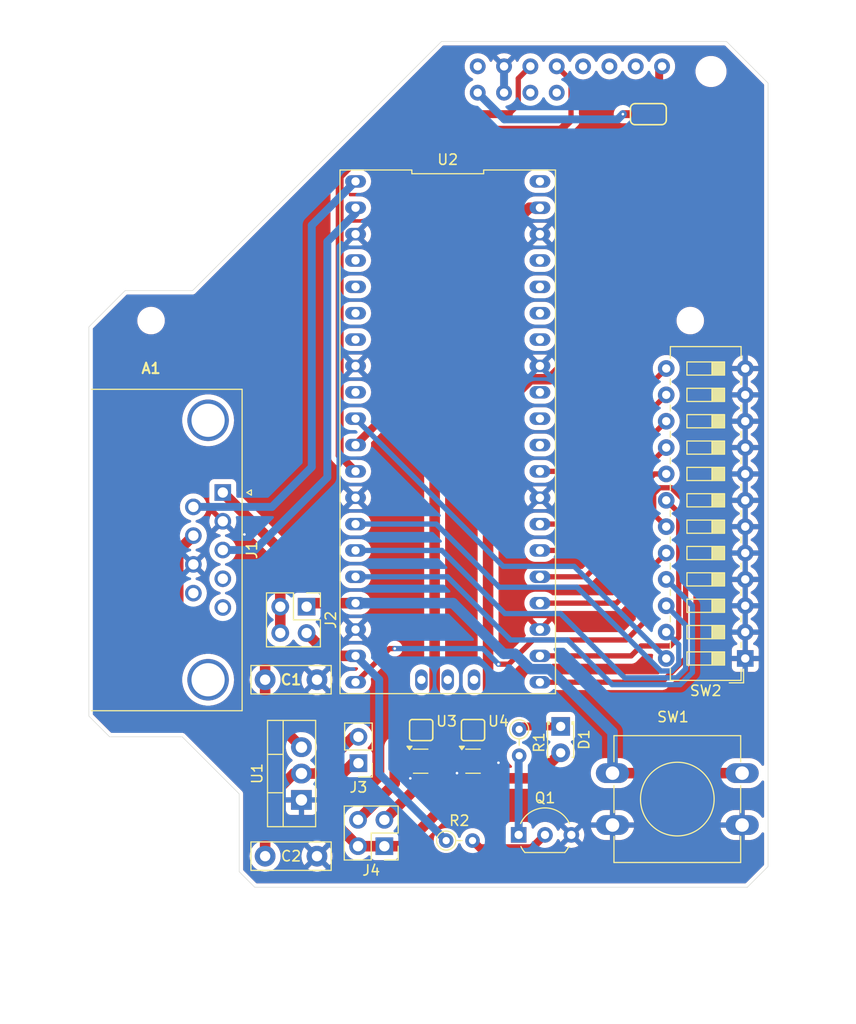
<source format=kicad_pcb>
(kicad_pcb
	(version 20240108)
	(generator "pcbnew")
	(generator_version "8.0")
	(general
		(thickness 1.6)
		(legacy_teardrops no)
	)
	(paper "A4")
	(title_block
		(title "MestaRider1")
		(date "2025-06-02")
		(rev "0.1")
		(company "JHU/APL")
		(comment 1 "Gavin Granath")
		(comment 2 "Export Controlled under the EAR (15 CFR 730-744) ECCN EAR99")
	)
	(layers
		(0 "F.Cu" signal)
		(31 "B.Cu" signal)
		(32 "B.Adhes" user "B.Adhesive")
		(33 "F.Adhes" user "F.Adhesive")
		(34 "B.Paste" user)
		(35 "F.Paste" user)
		(36 "B.SilkS" user "B.Silkscreen")
		(37 "F.SilkS" user "F.Silkscreen")
		(38 "B.Mask" user)
		(39 "F.Mask" user)
		(40 "Dwgs.User" user "User.Drawings")
		(41 "Cmts.User" user "User.Comments")
		(42 "Eco1.User" user "User.Eco1")
		(43 "Eco2.User" user "User.Eco2")
		(44 "Edge.Cuts" user)
		(45 "Margin" user)
		(46 "B.CrtYd" user "B.Courtyard")
		(47 "F.CrtYd" user "F.Courtyard")
		(48 "B.Fab" user)
		(49 "F.Fab" user)
		(50 "User.1" user)
		(51 "User.2" user)
		(52 "User.3" user)
		(53 "User.4" user)
		(54 "User.5" user)
		(55 "User.6" user)
		(56 "User.7" user)
		(57 "User.8" user)
		(58 "User.9" user)
	)
	(setup
		(stackup
			(layer "F.SilkS"
				(type "Top Silk Screen")
			)
			(layer "F.Paste"
				(type "Top Solder Paste")
			)
			(layer "F.Mask"
				(type "Top Solder Mask")
				(thickness 0.01)
			)
			(layer "F.Cu"
				(type "copper")
				(thickness 0.035)
			)
			(layer "dielectric 1"
				(type "core")
				(thickness 1.51)
				(material "FR4")
				(epsilon_r 4.5)
				(loss_tangent 0.02)
			)
			(layer "B.Cu"
				(type "copper")
				(thickness 0.035)
			)
			(layer "B.Mask"
				(type "Bottom Solder Mask")
				(thickness 0.01)
			)
			(layer "B.Paste"
				(type "Bottom Solder Paste")
			)
			(layer "B.SilkS"
				(type "Bottom Silk Screen")
			)
			(copper_finish "None")
			(dielectric_constraints no)
		)
		(pad_to_mask_clearance 0)
		(allow_soldermask_bridges_in_footprints no)
		(pcbplotparams
			(layerselection 0x00010fc_ffffffff)
			(plot_on_all_layers_selection 0x0000000_00000000)
			(disableapertmacros no)
			(usegerberextensions no)
			(usegerberattributes no)
			(usegerberadvancedattributes yes)
			(creategerberjobfile yes)
			(dashed_line_dash_ratio 12.000000)
			(dashed_line_gap_ratio 3.000000)
			(svgprecision 4)
			(plotframeref no)
			(viasonmask yes)
			(mode 1)
			(useauxorigin no)
			(hpglpennumber 1)
			(hpglpenspeed 20)
			(hpglpendiameter 15.000000)
			(pdf_front_fp_property_popups yes)
			(pdf_back_fp_property_popups yes)
			(dxfpolygonmode yes)
			(dxfimperialunits yes)
			(dxfusepcbnewfont yes)
			(psnegative no)
			(psa4output no)
			(plotreference yes)
			(plotvalue yes)
			(plotfptext yes)
			(plotinvisibletext no)
			(sketchpadsonfab no)
			(subtractmaskfromsilk no)
			(outputformat 1)
			(mirror no)
			(drillshape 0)
			(scaleselection 1)
			(outputdirectory "fabOutputs/")
		)
	)
	(net 0 "")
	(net 1 "unconnected-(A1-SDA-Pad12)")
	(net 2 "Net-(A1-VDD)")
	(net 3 "unconnected-(A1-IO1-Pad6)")
	(net 4 "Net-(A1-VBAT)")
	(net 5 "unconnected-(A1-IO2-Pad7)")
	(net 6 "unconnected-(A1-SCL-Pad11)")
	(net 7 "unconnected-(A1-AIN1-Pad5)")
	(net 8 "SOFTUARTRX")
	(net 9 "unconnected-(A1-BOOT-Pad1)")
	(net 10 "Net-(J3-Pin_2)")
	(net 11 "Net-(D1-K)")
	(net 12 "unconnected-(J1-Pad5)")
	(net 13 "unconnected-(J1-Pad9)")
	(net 14 "DIAGUARTRX")
	(net 15 "DIAGUARTTX")
	(net 16 "SOFTUARTTX")
	(net 17 "MCRXPin")
	(net 18 "unconnected-(J1-Pad4)")
	(net 19 "3V3 Ext")
	(net 20 "MCTXPin")
	(net 21 "3V3_EXT_PICO")
	(net 22 "3V3_EXT_RAK")
	(net 23 "POW_IN")
	(net 24 "GND")
	(net 25 "POW_IN_PICO")
	(net 26 "POW_IN_RAK")
	(net 27 "Net-(Q1-B)")
	(net 28 "P1")
	(net 29 "GPIO9")
	(net 30 "GPIO16")
	(net 31 "GPIO7")
	(net 32 "GPIO13")
	(net 33 "GPIO14")
	(net 34 "GPIO15")
	(net 35 "GPIO10")
	(net 36 "GPIO11")
	(net 37 "GPIO17")
	(net 38 "GPIO8")
	(net 39 "GPIO12")
	(net 40 "GPIO18")
	(net 41 "unconnected-(U2-GP28-Pad34)")
	(net 42 "unconnected-(U2-GP5-Pad7)")
	(net 43 "unconnected-(U2-GP6-Pad9)")
	(net 44 "unconnected-(U2-GND-Pad42)")
	(net 45 "unconnected-(U2-GP3-Pad5)")
	(net 46 "unconnected-(U2-GP26-Pad31)")
	(net 47 "unconnected-(U2-ADC_VREF-Pad35)")
	(net 48 "unconnected-(U2-GP4-Pad6)")
	(net 49 "unconnected-(U2-3V3(OUT)-Pad36)")
	(net 50 "unconnected-(U2-3V3_EN-Pad37)")
	(net 51 "unconnected-(U2-RUN-Pad30)")
	(net 52 "unconnected-(U2-SWDIO-Pad43)")
	(net 53 "unconnected-(U2-GP2-Pad4)")
	(net 54 "unconnected-(U2-GP27-Pad32)")
	(net 55 "unconnected-(U2-VBUS-Pad40)")
	(net 56 "unconnected-(U2-SWCLK-Pad41)")
	(net 57 "unconnected-(U3-NC-Pad4)")
	(net 58 "unconnected-(U4-NC-Pad4)")
	(net 59 "Net-(Q1-C)")
	(footprint "Resistor_THT:R_Axial_DIN0204_L3.6mm_D1.6mm_P2.54mm_Vertical" (layer "F.Cu") (at 168.96 118))
	(footprint "Package_TO_SOT_THT:TO-92L_Inline_Wide" (layer "F.Cu") (at 175.95 117.45))
	(footprint "Connector_PinHeader_2.54mm:PinHeader_2x02_P2.54mm_Vertical" (layer "F.Cu") (at 163 118.54 180))
	(footprint "SparkFun-Jumper:Jumper_2_NO" (layer "F.Cu") (at 171.55 107.35))
	(footprint "SparkFun-Jumper:Jumper_3_NC-1_Trace" (layer "F.Cu") (at 188.4586 48 180))
	(footprint "Package_TO_SOT_SMD:SOT-363_SC-70-6" (layer "F.Cu") (at 171.55 110.35))
	(footprint "Capacitor_THT:C_Disc_D7.5mm_W2.5mm_P5.00mm" (layer "F.Cu") (at 151.5 102.5))
	(footprint "Resistor_THT:R_Axial_DIN0204_L3.6mm_D1.6mm_P2.54mm_Vertical" (layer "F.Cu") (at 176 107.28 -90))
	(footprint "mestasRider1:Pico2" (layer "F.Cu") (at 169.11 78.61))
	(footprint "Button_Switch_THT:SW_PUSH-12mm" (layer "F.Cu") (at 185 111.5))
	(footprint "Package_TO_SOT_THT:TO-220-3_Vertical" (layer "F.Cu") (at 155 114.08 90))
	(footprint "LED_THT:LED_D1.8mm_W3.3mm_H2.4mm" (layer "F.Cu") (at 180 107 -90))
	(footprint "Connector_Dsub:DSUB-9_Male_Horizontal_P2.77x2.84mm_EdgePinOffset9.90mm_Housed_MountingHolesOffset11.32mm" (layer "F.Cu") (at 147.42 84.46 -90))
	(footprint "Connector_PinHeader_2.54mm:PinHeader_2x02_P2.54mm_Vertical" (layer "F.Cu") (at 155.5 95.46 -90))
	(footprint "mestasRider1:RAKBoardRaw" (layer "F.Cu") (at 136.500009 72.121035))
	(footprint "Package_TO_SOT_SMD:SOT-363_SC-70-6" (layer "F.Cu") (at 166.5 110.35))
	(footprint "Connector_PinHeader_2.54mm:PinHeader_1x02_P2.54mm_Vertical" (layer "F.Cu") (at 160.5 110.54 180))
	(footprint "SparkFun-Jumper:Jumper_2_NO" (layer "F.Cu") (at 166.55 107.35))
	(footprint "Capacitor_THT:C_Disc_D7.5mm_W2.5mm_P5.00mm" (layer "F.Cu") (at 151.5 119.5))
	(footprint "Button_Switch_THT:SW_DIP_SPSTx12_Slide_6.7x32.04mm_W7.62mm_P2.54mm_LowProfile"
		(layer "F.Cu")
		(uuid "f7c2fb77-afd7-4f1a-8190-637af9d0a11e")
		(at 197.8 100.45 180)
		(descr "12x-dip-switch SPST , Slide, row spacing 7.62 mm (300 mils), body size 6.7x32.04mm (see e.g. https://www.ctscorp.com/wp-content/uploads/209-210.pdf), LowProfile")
		(tags "DIP Switch SPST Slide 7.62mm 300mil LowProfile")
		(property "Reference" "SW2"
			(at 3.81 -3.11 0)
			(layer "F.SilkS")
			(uuid "097c6ef4-5c22-40e5-b1ee-59b1e0dbbd5b")
			(effects
				(font
					(size 1 1)
					(thickness 0.15)
				)
			)
		)
		(property "Value" "SW_DIP_x12"
			(at 3.81 31.05 0)
			(layer "F.Fab")
			(uuid "0b4f24f1-bbbe-4e2b-bc21-913fab0c4113")
			(effects
				(font
					(size 1 1)
					(thickness 0.15)
				)
			)
		)
		(property "Footprint" "Button_Switch_THT:SW_DIP_SPSTx12_Slide_6.7x32.04mm_W7.62mm_P2.54mm_LowProfile"
			(at 0 0 180)
			(unlocked yes)
			(layer "F.Fab")
			(hide yes)
			(uuid "53b0a70e-24d3-4650-807e-c9ee0f79f218")
			(effects
				(font
					(size 1.27 1.27)
					(thickness 0.15)
				)
			)
		)
		(property "Datasheet" ""
			(at 0 0 180)
			(unlocked yes)
			(layer "F.Fab")
			(hide yes)
			(uuid "95176e71-519f-4699-96a6-f7127a22466c")
			(effects
				(font
					(size 1.27 1.27)
					(thickness 0.15)
				)
			)
		)
		(property "Description" "12x DIP Switch, Single Pole Single Throw (SPST) switch, small symbol"
			(at 0 0 180)
			(unlocked yes)
			(layer "F.Fab")
			(hide yes)
			(uuid "04480959-8cd9-4ab9-a2d7-04eba8f3a852")
			(effects
				(font
					(size 1.27 1.27)
					(thickness 0.15)
				)
			)
		)
		(property ki_fp_filters "SW?DIP?x12*")
		(path "/68bbb378-8646-48fa-8ca5-35d000772c82")
		(sheetname "Root")
		(sheetfile "mestasRider1.kicad_sch")
		(attr through_hole)
		(fp_line
			(start 7.221 28.931)
			(end 7.221 30.05)
			(stroke
				(width 0.12)
				(type solid)
			)
			(layer "F.SilkS")
			(uuid "e1d5258b-ea46-4666-8dde-0293163047d4")
		)
		(fp_line
			(start 7.221 26.391)
			(end 7.221 26.95)
			(stroke
				(width 0.12)
				(type solid)
			)
			(layer "F.SilkS")
			(uuid "e6a3177e-82f4-4b38-b67e-0fada9001f3a")
		)
		(fp_line
			(start 7.221 23.851)
			(end 7.221 24.41)
			(stroke
				(width 0.12)
				(type solid)
			)
			(layer "F.SilkS")
			(uuid "12e43623-7535-4db5-814f-173ff10bf03c")
		)
		(fp_line
			(start 7.221 21.311)
			(end 7.221 21.87)
			(stroke
				(width 0.12)
				(type solid)
			)
			(layer "F.SilkS")
			(uuid "26bf7e74-5f06-4c36-b4bd-62b04fccfc33")
		)
		(fp_line
			(start 7.221 18.771)
			(end 7.221 19.33)
			(stroke
				(width 0.12)
				(type solid)
			)
			(layer "F.SilkS")
			(uuid "fe3195bd-9b0a-41c7-9306-7ae719fea02d")
		)
		(fp_line
			(start 7.221 16.231)
			(end 7.221 16.791)
			(stroke
				(width 0.12)
				(type solid)
			)
			(layer "F.SilkS")
			(uuid "ee5d0b91-a3fb-44eb-998b-503b303151ca")
		)
		(fp_line
			(start 7.221 13.691)
			(end 7.221 14.251)
			(stroke
				(width 0.12)
				(type solid)
			)
			(layer "F.SilkS")
			(uuid "07a1e9cc-f0cc-4113-b8c1-aa142e581476")
		)
		(fp_line
			(start 7.221 11.151)
			(end 7.221 11.711)
			(stroke
				(width 0.12)
				(type solid)
			)
			(layer "F.SilkS")
			(uuid "54cefd99-8c5f-49eb-b49f-34a553f85aa9")
		)
		(fp_line
			(start 7.221 8.611)
			(end 7.221 9.171)
			(stroke
				(width 0.12)
				(type solid)
			)
			(layer "F.SilkS")
			(uuid "bd8924af-d526-417a-ad90-7397ba4ef117")
		)
		(fp_line
			(start 7.221 6.071)
			(end 7.221 6.631)
			(stroke
				(width 0.12)
				(type solid)
			)
			(layer "F.SilkS")
			(uuid "f2e2c945-1eee-4270-b254-4f4b0a7d2e9d")
		)
		(fp_line
			(start 7.221 3.531)
			(end 7.221 4.091)
			(stroke
				(width 0.12)
				(type solid)
			)
			(layer "F.SilkS")
			(uuid "b27e112d-a0d2-47ce-bdcd-7627e1b89437")
		)
		(fp_line
			(start 7.221 0.991)
			(end 7.221 1.551)
			(stroke
				(width 0.12)
				(type solid)
			)
			(layer "F.SilkS")
			(uuid "e9270e99-6954-49b1-b8b0-69c1962abb11")
		)
		(fp_line
			(start 7.221 -2.11)
			(end 7.221 -0.99)
			(stroke
				(width 0.12)
				(type solid)
			)
			(layer "F.SilkS")
			(uuid "ce28d38a-5127-4f4a-8f55-a121e9973f63")
		)
		(fp_line
			(start 5.62 28.575)
			(end 5.62 27.305)
			(stroke
				(width 0.12)
				(type solid)
			)
			(layer "F.SilkS")
			(uuid "2f2725fa-94fd-46c9-b86d-7f21a5b68275")
		)
		(fp_line
			(start 5.62 27.305)
			(end 2 27.305)
			(stroke
				(width 0.12)
				(type solid)
			)
			(layer "F.SilkS")
			(uuid "d7fc1779-e7e7-434f-873b-f9619e1cbb2e")
		)
		(fp_line
			(start 5.62 26.035)
			(end 5.62 24.765)
			(stroke
				(width 0.12)
				(type solid)
			)
			(layer "F.SilkS")
			(uuid "41c14ad5-4945-4781-9137-b5a50b79329a")
		)
		(fp_line
			(start 5.62 24.765)
			(end 2 24.765)
			(stroke
				(width 0.12)
				(type solid)
			)
			(layer "F.SilkS")
			(uuid "aae40888-739f-4cd8-b6ca-1f679cdd92a6")
		)
		(fp_line
			(start 5.62 23.495)
			(end 5.62 22.225)
			(stroke
				(width 0.12)
				(type solid)
			)
			(layer "F.SilkS")
			(uuid "89f0f775-752e-48ac-98aa-361f03882897")
		)
		(fp_line
			(start 5.62 22.225)
			(end 2 22.225)
			(stroke
				(width 0.12)
				(type solid)
			)
			(layer "F.SilkS")
			(uuid "846e07ee-3bb3-494f-bc1c-6c8b16554ea9")
		)
		(fp_line
			(start 5.62 20.955)
			(end 5.62 19.685)
			(stroke
				(width 0.12)
				(type solid)
			)
			(layer "F.SilkS")
			(uuid "2aa0ee05-c834-46be-985b-5cb7b3ec3b3e")
		)
		(fp_line
			(start 5.62 19.685)
			(end 2 19.685)
			(stroke
				(width 0.12)
				(type solid)
			)
			(layer "F.SilkS")
			(uuid "46f68794-e20c-4d77-b5b4-d583a6f61ea3")
		)
		(fp_line
			(start 5.62 18.415)
			(end 5.62 17.145)
			(stroke
				(width 0.12)
				(type solid)
			)
			(layer "F.SilkS")
			(uuid "6e3cf00a-7b7b-4a88-bc00-c409d0b4f812")
		)
		(fp_line
			(start 5.62 17.145)
			(end 2 17.145)
			(stroke
				(width 0.12)
				(type solid)
			)
			(layer "F.SilkS")
			(uuid "202cf39b-b317-4e34-b2cb-78dbdd602ecb")
		)
		(fp_line
			(start 5.62 15.875)
			(end 5.62 14.605)
			(stroke
				(width 0.12)
				(type solid)
			)
			(layer "F.SilkS")
			(uuid "d80350c1-442e-4145-8f07-b577d95664f7")
		)
		(fp_line
			(start 5.62 14.605)
			(end 2 14.605)
			(stroke
				(width 0.12)
				(type solid)
			)
			(layer "F.SilkS")
			(uuid "9c2748e6-5283-4274-8221-a64170ce9fe8")
		)
		(fp_line
			(start 5.62 13.335)
			(end 5.62 12.065)
			(stroke
				(width 0.12)
				(type solid)
			)
			(layer "F.SilkS")
			(uuid "22c3414d-a832-40d5-b643-967b4eca2fd5")
		)
		(fp_line
			(start 5.62 12.065)
			(end 2 12.065)
			(stroke
				(width 0.12)
				(type solid)
			)
			(layer "F.SilkS")
			(uuid "2111a229-9be7-4066-8cf3-37a62955a4b4")
		)
		(fp_line
			(start 5.62 10.795)
			(end 5.62 9.525)
			(stroke
				(width 0.12)
				(type solid)
			)
			(layer "F.SilkS")
			(uuid "de28a061-1b59-4e62-9ba6-a014446d598b")
		)
		(fp_line
			(start 5.62 9.525)
			(end 2 9.525)
			(stroke
				(width 0.12)
				(type solid)
			)
			(layer "F.SilkS")
			(uuid "5aaf5199-3eba-4126-955a-a4fd94b84703")
		)
		(fp_line
			(start 5.62 8.255)
			(end 5.62 6.985)
			(stroke
				(width 0.12)
				(type solid)
			)
			(layer "F.SilkS")
			(uuid "b5c57d16-7ed3-4bee-96a3-30702b14177f")
		)
		(fp_line
			(start 5.62 6.985)
			(end 2 6.985)
			(stroke
				(width 0.12)
				(type solid)
			)
			(layer "F.SilkS")
			(uuid "a2f96183-e5d1-4e53-b4f5-9fa431440906")
		)
		(fp_line
			(start 5.62 5.715)
			(end 5.62 4.445)
			(stroke
				(width 0.12)
				(type solid)
			)
			(layer "F.SilkS")
			(uuid "487d38cc-9e2e-4800-b535-e6d4097236b5")
		)
		(fp_line
			(start 5.62 4.445)
			(end 2 4.445)
			(stroke
				(width 0.12)
				(type solid)
			)
			(layer "F.SilkS")
			(uuid "ca234b31-368b-4946-874d-951384bdd13e")
		)
		(fp_line
			(start 5.62 3.175)
			(end 5.62 1.905)
			(stroke
				(width 0.12)
				(type solid)
			)
			(layer "F.SilkS")
			(uuid "ecb01f43-2435-4de8-83eb-b8e4e3b65933")
		)
		(fp_line
			(start 5.62 1.905)
			(end 2 1.905)
			(stroke
				(width 0.12)
				(type solid)
			)
			(layer "F.SilkS")
			(uuid "7a4bcab4-8cde-4bd8-826a-88ab142c1541")
		)
		(fp_line
			(start 5.62 0.635)
			(end 5.62 -0.635)
			(stroke
				(width 0.12)
				(type solid)
			)
			(layer "F.SilkS")
			(uuid "24fcff0c-2ebc-4019-9f3c-db1e19c42972")
		)
		(fp_line
			(start 5.62 -0.635)
			(end 2 -0.635)
			(stroke
				(width 0.12)
				(type solid)
			)
			(layer "F.SilkS")
			(uuid "416ec50f-2fd9-41a0-870e-c11a50667d4c")
		)
		(fp_line
			(start 3.206667 27.305)
			(end 3.206667 28.575)
			(stroke
				(width 0.12)
				(type solid)
			)
			(layer "F.SilkS")
			(uuid "55e9ef0d-5adc-48ea-a874-c630087b6979")
		)
		(fp_line
			(start 3.206667 24.765)
			(end 3.206667 26.035)
			(stroke
				(width 0.12)
				(type solid)
			)
			(layer "F.SilkS")
			(uuid "8bf6b727-ad3e-4762-9988-72c39e54ce82")
		)
		(fp_line
			(start 3.206667 22.225)
			(end 3.206667 23.495)
			(stroke
				(width 0.12)
				(type solid)
			)
			(layer "F.SilkS")
			(uuid "404b8780-6b2c-4685-8ec6-d49dc5fd135a")
		)
		(fp_line
			(start 3.206667 19.685)
			(end 3.206667 20.955)
			(stroke
				(width 0.12)
				(type solid)
			)
			(layer "F.SilkS")
			(uuid "ff3ef5ec-c6a9-40ed-8313-73b74547b69f")
		)
		(fp_line
			(start 3.206667 17.145)
			(end 3.206667 18.415)
			(stroke
				(width 0.12)
				(type solid)
			)
			(layer "F.SilkS")
			(uuid "30811b1f-b34c-4550-aaeb-0788a669715b")
		)
		(fp_line
			(start 3.206667 14.605)
			(end 3.206667 15.875)
			(stroke
				(width 0.12)
				(type solid)
			)
			(layer "F.SilkS")
			(uuid "50fd6a71-3922-4ec5-b729-05cb8ac913e1")
		)
		(fp_line
			(start 3.206667 12.065)
			(end 3.206667 13.335)
			(stroke
				(width 0.12)
				(type solid)
			)
			(layer "F.SilkS")
			(uuid "f2e9b013-741f-4eb7-a63d-fbc68a398207")
		)
		(fp_line
			(start 3.206667 9.525)
			(end 3.206667 10.795)
			(stroke
				(width 0.12)
				(type solid)
			)
			(layer "F.SilkS")
			(uuid "92bae3d2-3523-4798-827c-703fafe6efec")
		)
		(fp_line
			(start 3.206667 6.985)
			(end 3.206667 8.255)
			(stroke
				(width 0.12)
				(type solid)
			)
			(layer "F.SilkS")
			(uuid "b66ba11f-f0fa-4f90-a269-7d3efe8805c0")
		)
		(fp_line
			(start 3.206667 4.445)
			(end 3.206667 5.715)
			(stroke
				(width 0.12)
				(type solid)
			)
			(layer "F.SilkS")
			(uuid "ca206d60-6f55-42b9-a0b9-cc5beb6f4c75")
		)
		(fp_line
			(start 3.206667 1.905)
			(end 3.206667 3.175)
			(stroke
				(width 0.12)
				(type solid)
			)
			(layer "F.SilkS")
			(uuid "fe452e30-2a42-437f-bd02-91c311a475d3")
		)
		(fp_line
			(start 3.206667 -0.635)
			(end 3.206667 0.635)
			(stroke
				(width 0.12)
				(type solid)
			)
			(layer "F.SilkS")
			(uuid "e22d9fe0-2759-4bfb-80f7-d3b44b7d6d13")
		)
		(fp_line
			(start 2 28.575)
			(end 5.62 28.575)
			(stroke
				(width 0.12)
				(type solid)
			)
			(layer "F.SilkS")
			(uuid "93b87ad0-1e78-4a92-8559-21a4652c87e5")
		)
		(fp_line
			(start 2 28.505)
			(end 3.206667 28.505)
			(stroke
				(width 0.12)
				(type solid)
			)
			(layer "F.SilkS")
			(uuid "d8d461b5-f097-4e1d-917a-4cb9efaab8b7")
		)
		(fp_line
			(start 2 28.385)
			(end 3.206667 28.385)
			(stroke
				(width 0.12)
				(type solid)
			)
			(layer "F.SilkS")
			(uuid "7d919ce1-3139-46da-b4d3-9ccff465ffbe")
		)
		(fp_line
			(start 2 28.265)
			(end 3.206667 28.265)
			(stroke
				(width 0.12)
				(type solid)
			)
			(layer "F.SilkS")
			(uuid "49002d11-8229-4f69-9457-e8699df0a9a3")
		)
		(fp_line
			(start 2 28.145)
			(end 3.206667 28.145)
			(stroke
				(width 0.12)
				(type solid)
			)
			(layer "F.SilkS")
			(uuid "e4512d43-c12a-44e0-9bc3-5f6acda22c9d")
		)
		(fp_line
			(start 2 28.025)
			(end 3.206667 28.025)
			(stroke
				(width 0.12)
				(type solid)
			)
			(layer "F.SilkS")
			(uuid "19abaf36-b930-4b70-8216-409dbe5fed4c")
		)
		(fp_line
			(start 2 27.905)
			(end 3.206667 27.905)
			(stroke
				(width 0.12)
				(type solid)
			)
			(layer "F.SilkS")
			(uuid "70d4f49e-9c03-4692-b0be-399956f05c6d")
		)
		(fp_line
			(start 2 27.785)
			(end 3.206667 27.785)
			(stroke
				(width 0.12)
				(type solid)
			)
			(layer "F.SilkS")
			(uuid "57492085-19c7-4f1e-9593-c6fac8e665d2")
		)
		(fp_line
			(start 2 27.665)
			(end 3.206667 27.665)
			(stroke
				(width 0.12)
				(type solid)
			)
			(layer "F.SilkS")
			(uuid "401ed3e7-77e7-40ad-869e-e4e818f5e361")
		)
		(fp_line
			(start 2 27.545)
			(end 3.206667 27.545)
			(stroke
				(width 0.12)
				(type solid)
			)
			(layer "F.SilkS")
			(uuid "6b2a6347-5046-4615-8613-58b85f82beac")
		)
		(fp_line
			(start 2 27.425)
			(end 3.206667 27.425)
			(stroke
				(width 0.12)
				(type solid)
			)
			(layer "F.SilkS")
			(uuid "ad7fc5ba-f4f1-4d06-90f9-85216bf23245")
		)
		(fp_line
			(start 2 27.305)
			(end 2 28.575)
			(stroke
				(width 0.12)
				(type solid)
			)
			(layer "F.SilkS")
			(uuid "41cffee5-bcb9-4a45-a872-0b9f2e6c839b")
		)
		(fp_line
			(start 2 26.035)
			(end 5.62 26.035)
			(stroke
				(width 0.12)
				(type solid)
			)
			(layer "F.SilkS")
			(uuid "93e73b44-50b3-447d-a56a-9f079082c5c2")
		)
		(fp_line
			(start 2 25.965)
			(end 3.206667 25.965)
			(stroke
				(width 0.12)
				(type solid)
			)
			(layer "F.SilkS")
			(uuid "7e5f2e4c-778a-4347-923b-74061d038abd")
		)
		(fp_line
			(start 2 25.845)
			(end 3.206667 25.845)
			(stroke
				(width 0.12)
				(type solid)
			)
			(layer "F.SilkS")
			(uuid "f703c2a1-b4cd-4e06-9512-0c62e855e640")
		)
		(fp_line
			(start 2 25.725)
			(end 3.206667 25.725)
			(stroke
				(width 0.12)
				(type solid)
			)
			(layer "F.SilkS")
			(uuid "f4a64d2e-a175-4bf2-a839-a993cf41af83")
		)
		(fp_line
			(start 2 25.605)
			(end 3.206667 25.605)
			(stroke
				(width 0.12)
				(type solid)
			)
			(layer "F.SilkS")
			(uuid "4959aac7-23b5-4f9f-b310-2cd8a30f721e")
		)
		(fp_line
			(start 2 25.485)
			(end 3.206667 25.485)
			(stroke
				(width 0.12)
				(type solid)
			)
			(layer "F.SilkS")
			(uuid "07f49ea2-d7ef-4c49-ac1c-ef66a2b75a46")
		)
		(fp_line
			(start 2 25.365)
			(end 3.206667 25.365)
			(stroke
				(width 0.12)
				(type solid)
			)
			(layer "F.SilkS")
			(uuid "111fd37c-293d-4f91-a597-97e97f45cae3")
		)
		(fp_line
			(start 2 25.245)
			(end 3.206667 25.245)
			(stroke
				(width 0.12)
				(type solid)
			)
			(layer "F.SilkS")
			(uuid "692f6bf6-444e-4f47-be52-9495119d724a")
		)
		(fp_line
			(start 2 25.125)
			(end 3.206667 25.125)
			(stroke
				(width 0.12)
				(type solid)
			)
			(layer "F.SilkS")
			(uuid "c876777b-c680-4be9-b1ae-dcf416e83d6e")
		)
		(fp_line
			(start 2 25.005)
			(end 3.206667 25.005)
			(stroke
				(width 0.12)
				(type solid)
			)
			(layer "F.SilkS")
			(uuid "f51dd367-2a76-47e8-87e9-121f30f816df")
		)
		(fp_line
			(start 2 24.885)
			(end 3.206667 24.885)
			(stroke
				(width 0.12)
				(type solid)
			)
			(layer "F.SilkS")
			(uuid "0c060532-12dd-4eb2-be29-63f297d2ddba")
		)
		(fp_line
			(start 2 24.765)
			(end 2 26.035)
			(stroke
				(width 0.12)
				(type solid)
			)
			(layer "F.SilkS")
			(uuid "e5088369-8cb2-4198-953d-f7ae74eee0bf")
		)
		(fp_line
			(start 2 23.495)
			(end 5.62 23.495)
			(stroke
				(width 0.12)
				(type solid)
			)
			(layer "F.SilkS")
			(uuid "e7a07d4c-5442-4d8f-ae2e-7ff6c912d5e2")
		)
		(fp_line
			(start 2 23.425)
			(end 3.206667 23.425)
			(stroke
				(width 0.12)
				(type solid)
			)
			(layer "F.SilkS")
			(uuid "a18d2b77-8476-4d9e-841b-e8ef43b8dfad")
		)
		(fp_line
			(start 2 23.305)
			(end 3.206667 23.305)
			(stroke
				(width 0.12)
				(type solid)
			)
			(layer "F.SilkS")
			(uuid "8389286c-4dda-40a2-a3d9-1c9f36c7286c")
		)
		(fp_line
			(start 2 23.185)
			(end 3.206667 23.185)
			(stroke
				(width 0.12)
				(type solid)
			)
			(layer "F.SilkS")
			(uuid "d8245e44-f735-4136-907d-0b262905ab9f")
		)
		(fp_line
			(start 2 23.065)
			(end 3.206667 23.065)
			(stroke
				(width 0.12)
				(type solid)
			)
			(layer "F.SilkS")
			(uuid "03d3d12a-8c87-4608-9560-0b1ae0b368b5")
		)
		(fp_line
			(start 2 22.945)
			(end 3.206667 22.945)
			(stroke
				(width 0.12)
				(type solid)
			)
			(layer "F.SilkS")
			(uuid "de842f98-d8bd-4e1f-9023-7ba9ca2e3b82")
		)
		(fp_line
			(start 2 22.825)
			(end 3.206667 22.825)
			(stroke
				(width 0.12)
				(type solid)
			)
			(layer "F.SilkS")
			(uuid "ac4d7590-7241-4c0e-8969-670c4a698fae")
		)
		(fp_line
			(start 2 22.705)
			(end 3.206667 22.705)
			(stroke
				(width 0.12)
				(type solid)
			)
			(layer "F.SilkS")
			(uuid "c8bb61e1-35b5-4abd-91cf-cce68e57744d")
		)
		(fp_line
			(start 2 22.585)
			(end 3.206667 22.585)
			(stroke
				(width 0.12)
				(type solid)
			)
			(layer "F.SilkS")
			(uuid "2d426591-1206-4b45-991a-18e781a2acc6")
		)
		(fp_line
			(start 2 22.465)
			(end 3.206667 22.465)
			(stroke
				(width 0.12)
				(type solid)
			)
			(layer "F.SilkS")
			(uuid "0fdaaab6-9773-4952-b733-c406847c46fd")
		)
		(fp_line
			(start 2 22.345)
			(end 3.206667 22.345)
			(stroke
				(width 0.12)
				(type solid)
			)
			(layer "F.SilkS")
			(uuid "8b0fa16a-c81b-4d0b-8402-e4808b3465db")
		)
		(fp_line
			(start 2 22.225)
			(end 2 23.495)
			(stroke
				(width 0.12)
				(type solid)
			)
			(layer "F.SilkS")
			(uuid "ebea9ebd-0a41-41e1-89a3-e5b9bad21970")
		)
		(fp_line
			(start 2 20.955)
			(end 5.62 20.955)
			(stroke
				(width 0.12)
				(type solid)
			)
			(layer "F.SilkS")
			(uuid "51f18784-975e-46ba-8c0b-a2c48fde9b99")
		)
		(fp_line
			(start 2 20.885)
			(end 3.206667 20.885)
			(stroke
				(width 0.12)
				(type solid)
			)
			(layer "F.SilkS")
			(uuid "a5d423c1-e121-4ebe-ba7f-1932e03b78c7")
		)
		(fp_line
			(start 2 20.765)
			(end 3.206667 20.765)
			(stroke
				(width 0.12)
				(type solid)
			)
			(layer "F.SilkS")
			(uuid "066f54c8-4f41-44ce-a346-a8ff307a9284")
		)
		(fp_line
			(start 2 20.645)
			(end 3.206667 20.645)
			(stroke
				(width 0.12)
				(type solid)
			)
			(layer "F.SilkS")
			(uuid "dc0f37ab-c1f2-4cbf-942b-ddfe396b8ce5")
		)
		(fp_line
			(start 2 20.525)
			(end 3.206667 20.525)
			(stroke
				(width 0.12)
				(type solid)
			)
			(layer "F.SilkS")
			(uuid "7f5a31e4-a10f-42d9-b77a-0c4d5e3620f8")
		)
		(fp_line
			(start 2 20.405)
			(end 3.206667 20.405)
			(stroke
				(width 0.12)
				(type solid)
			)
			(layer "F.SilkS")
			(uuid "ef70ad91-995e-4b9e-ae87-c5993d802f11")
		)
		(fp_line
			(start 2 20.285)
			(end 3.206667 20.285)
			(stroke
				(width 0.12)
				(type solid)
			)
			(layer "F.SilkS")
			(uuid "88b69ede-795d-47bf-85b5-761d8c5b6f04")
		)
		(fp_line
			(start 2 20.165)
			(end 3.206667 20.165)
			(stroke
				(width 0.12)
				(type solid)
			)
			(layer "F.SilkS")
			(uuid "990b3231-9996-4f28-b118-9f69e82b108a")
		)
		(fp_line
			(start 2 20.045)
			(end 3.206667 20.045)
			(stroke
				(width 0.12)
				(type solid)
			)
			(layer "F.SilkS")
			(uuid "4d3dba00-f09b-4d02-bbce-753ba3ae2d8d")
		)
		(fp_line
			(start 2 19.925)
			(end 3.206667 19.925)
			(stroke
				(width 0.12)
				(type solid)
			)
			(layer "F.SilkS")
			(uuid "85c8d4b5-9c48-4434-a63c-45c8c83480f9")
		)
		(fp_line
			(start 2 19.805)
			(end 3.206667 19.805)
			(stroke
				(width 0.12)
				(type solid)
			)
			(layer "F.SilkS")
			(uuid "c9920682-06ba-48e1-9c26-d7e2b1d08e23")
		)
		(fp_line
			(start 2 19.685)
			(end 2 20.955)
			(stroke
				(width 0.12)
				(type solid)
			)
			(layer "F.SilkS")
			(uuid "6f1f37c7-3856-4f19-b91e-787ba71cbec0")
		)
		(fp_line
			(start 2 18.415)
			(end 5.62 18.415)
			(stroke
				(width 0.12)
				(type solid)
			)
			(layer "F.SilkS")
			(uuid "9511a79a-32ec-40bf-8e39-494d423e33fa")
		)
		(fp_line
			(start 2 18.345)
			(end 3.206667 18.345)
			(stroke
				(width 0.12)
				(type solid)
			)
			(layer "F.SilkS")
			(uuid "d16d4da6-eb47-4705-8c6b-3b983de7fc1e")
		)
		(fp_line
			(start 2 18.225)
			(end 3.206667 18.225)
			(stroke
				(width 0.12)
				(type solid)
			)
			(layer "F.SilkS")
			(uuid "8f3825fc-db6f-4297-8c5f-bdb63820a4e5")
		)
		(fp_line
			(start 2 18.105)
			(end 3.206667 18.105)
			(stroke
				(width 0.12)
				(type solid)
			)
			(layer "F.SilkS")
			(uuid "7104dca9-da3a-4700-9dac-f268a00adb08")
		)
		(fp_line
			(start 2 17.985)
			(end 3.206667 17.985)
			(stroke
				(width 0.12)
				(type solid)
			)
			(layer "F.SilkS")
			(uuid "a5df52eb-ca0e-43a2-9f4f-7d4f07f090cb")
		)
		(fp_line
			(start 2 17.865)
			(end 3.206667 17.865)
			(stroke
				(width 0.12)
				(type solid)
			)
			(layer "F.SilkS")
			(uuid "61ffb242-4883-4c0c-b7c1-17116808f50b")
		)
		(fp_line
			(start 2 17.745)
			(end 3.206667 17.745)
			(stroke
				(width 0.12)
				(type solid)
			)
			(layer "F.SilkS")
			(uuid "51b9e6b7-5907-42f6-8692-1e75e758e20d")
		)
		(fp_line
			(start 2 17.625)
			(end 3.206667 17.625)
			(stroke
				(width 0.12)
				(type solid)
			)
			(layer "F.SilkS")
			(uuid "22b26c0b-1d3d-4465-a6f5-93d5aa4ad749")
		)
		(fp_line
			(start 2 17.505)
			(end 3.206667 17.505)
			(stroke
				(width 0.12)
				(type solid)
			)
			(layer "F.SilkS")
			(uuid "286efd4b-4355-4d51-b68a-7f178ad03593")
		)
		(fp_line
			(start 2 17.385)
			(end 3.206667 17.385)
			(stroke
				(width 0.12)
				(type solid)
			)
			(layer "F.SilkS")
			(uuid "f44f9654-cc1c-4d07-98f4-09c738c5a53c")
		)
		(fp_line
			(start 2 17.265)
			(end 3.206667 17.265)
			(stroke
				(width 0.12)
				(type solid)
			)
			(layer "F.SilkS")
			(uuid "b2d7398f-8a41-4c8a-9b13-59213c291938")
		)
		(fp_line
			(start 2 17.145)
			(end 2 18.415)
			(stroke
				(width 0.12)
				(type solid)
			)
			(layer "F.SilkS")
			(uuid "f32d83ad-bf46-42f4-996f-c50177a89386")
		)
		(fp_line
			(start 2 15.875)
			(end 5.62 15.875)
			(stroke
				(width 0.12)
				(type solid)
			)
			(layer "F.SilkS")
			(uuid "40ac95d8-adbf-4065-b29b-9bf088da6567")
		)
		(fp_line
			(start 2 15.805)
			(end 3.206667 15.805)
			(stroke
				(width 0.12)
				(type solid)
			)
			(layer "F.SilkS")
			(uuid "beecfd88-6955-4dfa-a709-cbf21ec4732e")
		)
		(fp_line
			(start 2 15.685)
			(end 3.206667 15.685)
			(stroke
				(width 0.12)
				(type solid)
			)
			(layer "F.SilkS")
			(uuid "bc1ba8b9-59fa-4d02-8cfd-489d4582d891")
		)
		(fp_line
			(start 2 15.565)
			(end 3.206667 15.565)
			(stroke
				(width 0.12)
				(type solid)
			)
			(layer "F.SilkS")
			(uuid "411ae074-4670-493a-9c88-2a07eaaa98ad")
		)
		(fp_line
			(start 2 15.445)
			(end 3.206667 15.445)
			(stroke
				(width 0.12)
				(type solid)
			)
			(layer "F.SilkS")
			(uuid "3d538d02-5a3a-4b1f-90fa-09067a3fd2c3")
		)
		(fp_line
			(start 2 15.325)
			(end 3.206667 15.325)
			(stroke
				(width 0.12)
				(type solid)
			)
			(layer "F.SilkS")
			(uuid "23c87e7c-641c-447c-ad42-5024e4217da5")
		)
		(fp_line
			(start 2 15.205)
			(end 3.206667 15.205)
			(stroke
				(width 0.12)
				(type solid)
			)
			(layer "F.SilkS")
			(uuid "08465a31-5229-4748-9040-2c92b0bdf6c9")
		)
		(fp_line
			(start 2 15.085)
			(end 3.206667 15.085)
			(stroke
				(width 0.12)
				(type solid)
			)
			(layer "F.SilkS")
			(uuid "61fb5563-f5ae-4811-92c3-1d12e3488ddf")
		)
		(fp_line
			(start 2 14.965)
			(end 3.206667 14.965)
			(stroke
				(width 0.12)
				(type solid)
			)
			(layer "F.SilkS")
			(uuid "befe830a-1496-47f0-806b-585ab942f4d3")
		)
		(fp_line
			(start 2 14.845)
			(end 3.206667 14.845)
			(stroke
				(width 0.12)
				(type solid)
			)
			(layer "F.SilkS")
			(uuid "8af8bc9c-fc17-4c1d-8bee-5240e83e6dfc")
		)
		(fp_line
			(start 2 14.725)
			(end 3.206667 14.725)
			(stroke
				(width 0.12)
				(type solid)
			)
			(layer "F.SilkS")
			(uuid "dce76637-07aa-4046-89b1-df196db94d66")
		)
		(fp_line
			(start 2 14.605)
			(end 2 15.875)
			(stroke
				(width 0.12)
				(type solid)
			)
			(layer "F.SilkS")
			(uuid "d2925dce-f976-4794-99a1-a43ffcd32a6f")
		)
		(fp_line
			(start 2 13.335)
			(end 5.62 13.335)
			(stroke
				(width 0.12)
				(type solid)
			)
			(layer "F.SilkS")
			(uuid "0c81dca8-6e49-46c5-b1e2-91d889646f88")
		)
		(fp_line
			(start 2 13.265)
			(end 3.206667 13.265)
			(stroke
				(width 0.12)
				(type solid)
			)
			(layer "F.SilkS")
			(uuid "e98e450b-6714-4245-b43e-4217137a836b")
		)
		(fp_line
			(start 2 13.145)
			(end 3.206667 13.145)
			(stroke
				(width 0.12)
				(type solid)
			)
			(layer "F.SilkS")
			(uuid "44be372b-28b1-4255-b3cf-d56a4582a28c")
		)
		(fp_line
			(start 2 13.025)
			(end 3.206667 13.025)
			(stroke
				(width 0.12)
				(type solid)
			)
			(layer "F.SilkS")
			(uuid "eb8e682c-efc3-47e2-89b7-60424b7bb57a")
		)
		(fp_line
			(start 2 12.905)
			(end 3.206667 12.905)
			(stroke
				(width 0.12)
				(type solid)
			)
			(layer "F.SilkS")
			(uuid "377000f8-432c-4f23-bc2f-0adfcedf3be1")
		)
		(fp_line
			(start 2 12.785)
			(end 3.206667 12.785)
			(stroke
				(width 0.12)
				(type solid)
			)
			(layer "F.SilkS")
			(uuid "543af746-cbf7-4165-8507-83a4a39a5ca9")
		)
		(fp_line
			(start 2 12.665)
			(end 3.206667 12.665)
			(stroke
				(width 0.12)
				(type solid)
			)
			(layer "F.SilkS")
			(uuid "11124af8-18fe-4d78-8a42-91d73751f371")
		)
		(fp_line
			(start 2 12.545)
			(end 3.206667 12.545)
			(stroke
				(width 0.12)
				(type solid)
			)
			(layer "F.SilkS")
			(uuid "979989d1-795b-4cc0-abee-a1a22aa928cf")
		)
		(fp_line
			(start 2 12.425)
			(end 3.206667 12.425)
			(stroke
				(width 0.12)
				(type solid)
			)
			(layer "F.SilkS")
			(uuid "68788721-d4c1-492f-831f-cd5f155a323d")
		)
		(fp_line
			(start 2 12.305)
			(end 3.206667 12.305)
			(stroke
				(width 0.12)
				(type solid)
			)
			(layer "F.SilkS")
			(uuid "2ac158d3-78f3-4acf-a3d3-6569c250ce55")
		)
		(fp_line
			(start 2 12.185)
			(end 3.206667 12.185)
			(stroke
				(width 0.12)
				(type solid)
			)
			(layer "F.SilkS")
			(uuid "0e3241fc-1793-4c16-8e55-6d4ec9d231a2")
		)
		(fp_line
			(start 2 12.065)
			(end 2 13.335)
			(stroke
				(width 0.12)
				(type solid)
			)
			(layer "F.SilkS")
			(uuid "7493210c-fc54-431c-9394-52f99dd293d0")
		)
		(fp_line
			(start 2 10.795)
			(end 5.62 10.795)
			(stroke
				(width 0.12)
				(type solid)
			)
			(layer "F.SilkS")
			(uuid "2691d280-0fa1-4766-aa12-2038c8e68473")
		)
		(fp_line
			(start 2 10.725)
			(end 3.206667 10.725)
			(stroke
				(width 0.12)
				(type solid)
			)
			(layer "F.SilkS")
			(uuid "61d7b9bf-f2c5-49ea-8e74-8c82b81e296a")
		)
		(fp_line
			(start 2 10.605)
			(end 3.206667 10.605)
			(stroke
				(width 0.12)
				(type solid)
			)
			(layer "F.SilkS")
			(uuid "7231c761-6b80-4eb7-b37d-31f218155fbe")
		)
		(fp_line
			(start 2 10.485)
			(end 3.206667 10.485)
			(stroke
				(width 0.12)
				(type solid)
			)
			(layer "F.SilkS")
			(uuid "d4cda7a0-6e54-45a1-85ac-175daed70931")
		)
		(fp_line
			(start 2 10.365)
			(end 3.206667 10.365)
			(stroke
				(width 0.12)
				(type solid)
			)
			(layer "F.SilkS")
			(uuid "71f0bc4d-9c45-4542-acb7-4d1a097eec3b")
		)
		(fp_line
			(start 2 10.245)
			(end 3.206667 10.245)
			(stroke
				(width 0.12)
				(type solid)
			)
			(layer "F.SilkS")
			(uuid "57078cb6-1931-4645-a179-02e2376c7188")
		)
		(fp_line
			(start 2 10.125)
			(end 3.206667 10.125)
			(stroke
				(width 0.12)
				(type solid)
			)
			(layer "F.SilkS")
			(uuid "969c11be-61bf-4931-959f-fc825f937998")
		)
		(fp_line
			(start 2 10.005)
			(end 3.206667 10.005)
			(stroke
				(width 0.12)
				(type solid)
			)
			(layer "F.SilkS")
			(uuid "4790d911-1f72-4c7f-8939-ad5a5f7b0f4d")
		)
		(fp_line
			(start 2 9.885)
			(end 3.206667 9.885)
			(stroke
				(width 0.12)
				(type solid)
			)
			(layer "F.SilkS")
			(uuid "15e39cdb-1c30-4efd-b0c0-d012c96855e6")
		)
		(fp_line
			(start 2 9.765)
			(end 3.206667 9.765)
			(stroke
				(width 0.12)
				(type solid)
			)
			(layer "F.SilkS")
			(uuid "3a4f1972-6a10-402e-af8c-d2b5919b72fb")
		)
		(fp_line
			(start 2 9.645)
			(end 3.206667 9.645)
			(stroke
				(width 0.12)
				(type solid)
			)
			(layer "F.SilkS")
			(uuid "35f4b800-b76e-4e85-b6d2-bdc44e97456e")
		)
		(fp_line
			(start 2 9.525)
			(end 2 10.795)
			(stroke
				(width 0.12)
				(type solid)
			)
			(layer "F.SilkS")
			(uuid "620bbce1-0406-4093-bc76-f05282f69388")
		)
		(fp_line
			(start 2 8.255)
			(end 5.62 8.255)
			(stroke
				(width 0.12)
				(type solid)
			)
			(layer "F.SilkS")
			(uuid "b3064d01-8ba6-4fe3-8f84-072c6069a81e")
		)
		(fp_line
			(start 2 8.185)
			(end 3.206667 8.185)
			(stroke
				(width 0.12)
				(type solid)
			)
			(layer "F.SilkS")
			(uuid "cbdf50bd-d925-4a24-b174-893ca770572e")
		)
		(fp_line
			(start 2 8.065)
			(end 3.206667 8.065)
			(stroke
				(width 0.12)
				(type solid)
			)
			(layer "F.SilkS")
			(uuid "bd516e4a-7630-44f7-8a1d-2baddcb203e6")
		)
		(fp_line
			(start 2 7.945)
			(end 3.206667 7.945)
			(stroke
				(width 0.12)
				(type solid)
			)
			(layer "F.SilkS")
			(uuid "265e58ee-a005-446d-85e6-9a63e33129d5")
		)
		(fp_line
			(start 2 7.825)
			(end 3.206667 7.825)
			(stroke
				(width 0.12)
				(type solid)
			)
			(layer "F.SilkS")
			(uuid "a4c4d27d-5117-4759-a51f-b77a3b078804")
		)
		(fp_line
			(start 2 7.705)
			(end 3.206667 7.705)
			(stroke
				(width 0.12)
				(type solid)
			)
			(layer "F.SilkS")
			(uuid "e98273b1-e502-4e58-aa04-81fb6e25750d")
		)
		(fp_line
			(start 2 7.585)
			(end 3.206667 7.585)
			(stroke
				(width 0.12)
				(type solid)
			)
			(layer "F.SilkS")
			(uuid "7ef06fbd-2362-4adb-9732-9f10ee830841")
		)
		(fp_line
			(start 2 7.465)
			(end 3.206667 7.465)
			(stroke
				(width 0.12)
				(type solid)
			)
			(layer "F.SilkS")
			(uuid "d0ac3978-8333-4c5c-9f90-0d3de1114832")
		)
		(fp_line
			(start 2 7.345)
			(end 3.206667 7.345)
			(stroke
				(width 0.12)
				(type solid)
			)
			(layer "F.SilkS")
			(uuid "0e6afcd2-5a3d-4ab0-9634-7d7260169855")
		)
		(fp_line
			(start 2 7.225)
			(end 3.206667 7.225)
			(stroke
				(width 0.12)
				(type solid)
			)
			(layer "F.SilkS")
			(uuid "35d3d9ab-6317-4387-80dc-4acdba7eedfc")
		)
		(fp_line
			(start 2 7.105)
			(end 3.206667 7.105)
			(stroke
				(width 0.12)
				(type solid)
			)
			(layer "F.SilkS")
			(uuid "e3a3010b-3ced-435c-adbb-2f269d193053")
		)
		(fp_line
			(start 2 6.985)
			(end 2 8.255)
			(stroke
				(width 0.12)
				(type solid)
			)
			(layer "F.SilkS")
			(uuid "8dd7e67a-b8a3-43b4-bd36-7e68c97b4af6")
		)
		(fp_line
			(start 2 5.715)
			(end 5.62 5.715)
			(stroke
				(width 0.12)
				(type solid)
			)
			(layer "F.SilkS")
			(uuid "955debe9-d8f5-4ec9-8977-23e31145207e")
		)
		(fp_line
			(start 2 5.645)
			(end 3.206667 5.645)
			(stroke
				(width 0.12)
				(type solid)
			)
			(layer "F.SilkS")
			(uuid "82996f49-98a6-42bf-8b7b-b846ed5aa9f8")
		)
		(fp_line
			(start 2 5.525)
			(end 3.206667 5.525)
			(stroke
				(width 0.12)
				(type solid)
			)
			(layer "F.SilkS")
			(uuid "d6fa22dd-d25c-46ca-bc2f-04238a8d76e9")
		)
		(fp_line
			(start 2 5.405)
			(end 3.206667 5.405)
			(stroke
				(width 0.12)
				(type solid)
			)
			(layer "F.SilkS")
			(uuid "78402d4e-c3cb-4d52-a3ac-eb3e41f9672a")
		)
		(fp_line
			(start 2 5.285)
			(end 3.206667 5.285)
			(stroke
				(width 0.12)
				(type solid)
			)
			(layer "F.SilkS")
			(uuid "73ef3a99-c87c-4fcd-b42d-16a55520c702")
		)
		(fp_line
			(start 2 5.165)
			(end 3.206667 5.165)
			(stroke
				(width 0.12)
				(type solid)
			)
			(layer "F.SilkS")
			(uuid "04680364-ccc6-4fae-8e1c-89acc1921b4d")
		)
		(fp_line
			(start 2 5.045)
			(end 3.206667 5.045)
			(stroke
				(width 0.12)
				(type solid)
			)
			(layer "F.SilkS")
			(uuid "b562dd3f-645c-4159-95a1-5045817aef34")
		)
		(fp_line
			(start 2 4.925)
			(end 3.206667 4.925)
			(stroke
				(width 0.12)
				(type solid)
			)
			(layer "F.SilkS")
			(uuid "e5f4cd42-d8b6-4d32-9622-197782117984")
		)
		(fp_line
			(start 2 4.805)
			(end 3.206667 4.805)
			(stroke
				(width 0.12)
				(type solid)
			)
			(layer "F.SilkS")
			(uuid "c14024ce-a759-4539-b7fb-3898e7dc7cbf")
		)
		(fp_line
			(start 2 4.685)
			(end 3.206667 4.685)
			(stroke
				(width 0.12)
				(type solid)
			)
			(layer "F.SilkS")
			(uuid "9f5adff6-8404-4f3b-bd1b-98a93f3495bb")
		)
		(fp_line
			(start 2 4.565)
			(end 3.206667 4.565)
			(stroke
				(width 0.12)
				(type solid)
			)
			(layer "F.SilkS")
			(uuid "9a0f8a1a-bf1f-464b-9025-2961e0e3fc5a")
		)
		(fp_line
			(start 2 4.445)
			(end 2 5.715)
			(stroke
				(width 0.12)
				(type solid)
			)
			(layer "F.SilkS")
			(uuid "1f61fbd8-d8a4-431d-b6db-3417d7d9e476")
		)
		(fp_line
			(start 2 3.175)
			(end 5.62 3.175)
			(stroke
				(width 0.12)
				(type solid)
			)
			(layer "F.SilkS")
			(uuid "e2a700c2-00ec-4715-92b8-51cab2801692")
		)
		(fp_line
			(start 2 3.105)
			(end 3.206667 3.105)
			(stroke
				(width 0.12)
				(type solid)
			)
			(layer "F.SilkS")
			(uuid "23f293c4-2bbc-40e7-8dd6-7d72bc86760c")
		)
		(fp_line
			(start 2 2.985)
			(end 3.206667 2.985)
			(stroke
				(width 0.12)
				(type solid)
			)
			(layer "F.SilkS")
			(uuid "27b23c97-9e9d-4f13-b12e-c0261f8fff05")
		)
		(fp_line
			(start 2 2.865)
			(end 3.206667 2.865)
			(stroke
				(width 0.12)
				(type solid)
			)
			(layer "F.SilkS")
			(uuid "b9be6ecf-e996-46c1-93a5-e780454679f7")
		)
		(fp_line
			(start 2 2.745)
			(end 3.206667 2.745)
			(stroke
				(width 0.12)
				(type solid)
			)
			(layer "F.SilkS")
			(uuid "f0f3b11e-5c61-44e3-a412-532c649ad192")
		)
		(fp_line
			(start 2 2.625)
			(end 3.206667 2.625)
			(stroke
				(width 0.12)
				(type solid)
			)
			(layer "F.SilkS")
			(uuid "9327a15f-4fba-4bd5-a86a-a572407e9009")
		)
		(fp_line
			(start 2 2.505)
			(end 3.206667 2.505)
			(stroke
				(width 0.12)
				(type solid)
			)
			(layer "F.SilkS")
			(uuid "a655efa1-2d35-41f7-8d29-0c531fba51e6")
		)
		(fp_line
			(start 2 2.385)
			(end 3.206667 2.385)
			(stroke
				(width 0.12)
				(type solid)
			)
			(layer "F.SilkS")
			(uuid "e2f40977-3f04-43e3-b776-6a2ebd5724e5")
		)
		(fp_line
			(start 2 2.265)
			(end 3.206667 2.265)
			(stroke
				(width 0.12)
				(type solid)
			)
			(layer "F.SilkS")
			(uuid "bfa5e11e-771a-4e85-8c9f-477b0e757694")
		)
		(fp_line
			(start 2 2.145)
			(end 3.206667 2.145)
			(stroke
				(width 0.12)
				(type solid)
			)
			(layer "F.SilkS")
			(uuid "346615c5-460b-4249-82d9-45ebb249ac50")
		)
		(fp_line
			(start 2 2.025)
			(end 3.206667 2.025)
			(stroke
				(width 0.12)
				(type solid)
			)
			(layer "F.SilkS")
			(uuid "8dad0a06-0844-40dc-b95a-958d664d1600")
		)
		(fp_line
			(start 2 1.905)
			(end 2 3.175)
			(stroke
				(width 0.12)
				(type solid)
			)
			(layer "F.SilkS")
			(uuid "4897e2dc-1b42-4868-ad0c-5d3b3abce5e4")
		)
		(fp_line
			(start 2 0.635)
			(end 5.62 0.635)
			(stroke
				(width 0.12)
				(type solid)
			)
			(layer "F.SilkS")
			(uuid "475e7e0e-00be-4bef-9bd6-55539f880150")
		)
		(fp_line
			(start 2 0.565)
			(end 3.206667 0.565)
			(stroke
				(width 0.12)
				(type solid)
			)
			(layer "F.SilkS")
			(uuid "14f0975d-5576-4060-bf06-4f36ff60670d")
		)
		(fp_line
			(start 2 0.445)
			(end 3.206667 0.445)
			(stroke
				(width 0.12)
				(type solid)
			)
			(layer "F.SilkS")
			(uuid "01a04a48-c62b-456d-8ddf-18b168a3d8cf")
		)
		(fp_line
			(start 2 0.325)
			(end 3.206667 0.325)
			(stroke
				(width 0.12)
				(type solid)
			)
			(layer "F.SilkS")
			(uuid "a6256f20-c0ed-435f-9df8-6e886fee5c9b")
		)
		(fp_line
			(start 2 0.205)
			(end 3.206667 0.205)
			(stroke
				(width 0.12)
				(type solid)
			)
			(layer "F.SilkS")
			(uuid "76332baf-68f9-4356-8886-05c44e1e52de")
		)
		(fp_line
			(start 2 0.085)
			(end 3.206667 0.085)
			(stroke
				(width 0.12)
				(type solid)
			)
			(layer "F.SilkS")
			(uuid "7bd1561b-05d9-4758-b7eb-07a212163ae4")
		)
		(fp_line
			(start 2 -0.035)
			(end 3.206667 -0.035)
			(stroke
				(width 0.12)
				(type solid)
			)
			(layer "F.SilkS")
			(uuid "95b259f5-a90b-4efb-bbac-148f59c2d6d3")
		)
		(fp_line
			(start 2 -0.155)
			(end 3.206667 -0.155)
			(stroke
				(width 0.12)
				(type solid)
			)
			(layer "F.SilkS")
			(uuid "4695641b-9fb6-4d82-8fd4-9b8966843ad8")
		)
		(fp_line
			(start 2 -0.275)
			(end 3.206667 -0.275)
			(stroke
				(width 0.12)
				(type solid)
			)
			(layer "F.SilkS")
			(uuid "5aa9c0a7-6882-4522-b34e-a24771115317")
		)
		(fp_line
			(start 2 -0.395)
			(end 3.206667 -0.395)
			(stroke
				(width 0.12)
				(type solid)
			)
			(layer "F.SilkS")
			(uuid "60036220-40db-426a-a8a9-5f3339cc5c2f")
		)
		(fp_line
			(start 2 -0.515)
			(end 3.206667 -0.515)
			(stroke
				(width 0.12)
				(type solid)
			)
			(layer "F.SilkS")
			(uuid "897cf00c-c5dc-4cca-981f-88f22d4bd132")
		)
		(fp_line
			(start 2 -0.635)
			(end 2 0.635)
			(stroke
				(width 0.12)
				(type solid)
			)
			(layer "F.SilkS")
			(uuid "d54b91a6-32f5-4c03-bd21-d3a20551a48a")
		)
		(fp_line
			(start 0.4 30.05)
			(end 7.221 30.05)
			(stroke
				(width 0.12)
				(type solid)
			)
			(layer "F.SilkS")
			(uuid "2f0e1e5c-3961-4dd4-b833-f2ae78bf6cac")
		)
		(fp_line
			(start 0.4 28.93)
			(end 0.4 30.05)
			(stroke
				(width 0.12)
				(type solid)
			)
			(layer "F.SilkS")
			(uuid "ee23f661-ae94-431c-a764-1bbf29501a0e")
		)
		(fp_line
			(start 0.4 26.39)
			(end 0.4 26.95)
			(stroke
				(width 0.12)
				(type solid)
			)
			(layer "F.SilkS")
			(uuid "d3b1189d-aa5f-4e8c-84e4-983f23cf139d")
		)
		(fp_line
			(start 0.4 23.85)
			(end 0.4 24.41)
			(stroke
				(width 0.12)
				(type solid)
			)
			(layer "F.SilkS")
			(uuid "b2f0fe8a-dd86-4309-b726-a65dae0d3486")
		)
		(fp_line
			(start 0.4 21.31)
			(end 0.4 21.87)
			(stroke
				(width 0.12)
				(type solid)
			)
			(layer "F.SilkS")
			(uuid "82962258-b1d6-45b9-86eb-b36efb8aed48")
		)
		(fp_line
			(start 0.4 18.77)
			(end 0.4 19.33)
			(stroke
				(width 0.12)
				(type solid)
			)
			(layer "F.SilkS")
			(uuid "459c762e-2ded-4d09-aa5b-2d8e84896735")
		)
		(fp_line
			(start 0.4 16.23)
			(end 0.4 16.79)
			(stroke
				(width 0.12)
				(type solid)
			)
			(layer "F.SilkS")
			(uuid "a44305d8-1f9b-4c18-8074-d31bcf654a9f")
		)
		(fp_line
			(start 0.4 13.69)
			(end 0.4 14.25)
			(stroke
				(width 0.12)
				(type solid)
			)
			(layer "F.SilkS")
			(uuid "b110b486-0350-46cc-bfff-b33a20ff6d93")
		)
		(fp_line
			(start 0.4 11.15)
			(end 0.4 11.71)
			(stroke
				(width 0.12)
				(type solid)
			)
			(layer "F.SilkS")
			(uuid "1b8f8e9d-9242-434e-8683-1b7c24139f05")
		)
		(fp_line
			(start 0.4 8.61)
			(end 0.4 9.17)
			(stroke
				(width 0.12)
				(type solid)
			)
			(layer "F.SilkS")
			(uuid "ff11956a-e40e-420b-a22b-14ee85ac7530")
		)
		(fp_line
			(start 0.4 6.07)
			(end 0.4 6.631)
			(stroke
				(width 0.12)
				(type solid)
			)
			(layer "F.SilkS")
			(uuid "8a0f285f-47b0-4b84-8cf1-15abe2f1be9d")
		)
		(fp_line
			(start 0.4 3.53)
			(end 0.4 4.091)
			(stroke
				(width 0.12)
				(type solid)
			)
			(layer "F.SilkS")
			(uuid "73b456d3-62d4-4072-95b5-9e5a52749de6")
		)
		(fp_line
			(start 0.4 1.04)
			(end 0.4 1.551)
			(stroke
				(width 0.12)
				(type solid)
			)
			(layer "F.SilkS")
			(uuid "1c2dbe96-16fe-46d0-9cde-c5fede2dd289")
		)
		(fp_line
			(start 0.4 -2.11)
			(end 7.221 -2.11)
			(stroke
				(width 0.12)
				(type solid)
			)
			(layer "F.SilkS")
			(uuid "f4e16bba-472f-47cc-a83b-7af081f9c69f")
		)
		(fp_line
			(start 0.4 -2.11)
			(end 0.4 -1.04)
			(stroke
				(width 0.12)
				(type solid)
			)
			(layer "F.SilkS")
			(uuid "720ea6c2-1af0-4a1f-9814-6654e0dfc9bb")
		)
		(fp_line
			(start 0.16 -2.35)
			(end 1.543 -2.35)
			(stroke
				(width 0.12)
				(type solid)
			)
			(layer "F.SilkS")
			(uuid "9118139d-ca7e-4e6d-accb-16e6b00a763d")
		)
		(fp_line
			(start 0.16 -2.35)
			(end 0.16 -1.04)
			(stroke
				(width 0.12)
				(type solid)
			)
			(layer "F.SilkS")
			(uuid "3e679600-0d40-47dc-a4bd-ba495d0902bf")
		)
		(fp_line
			(start 8.7 30.3)
			(end 8.7 -2.4)
			(stroke
				(width 0.05)
				(type solid)
			)
			(layer "F.CrtYd")
			(uuid "8f0d8780-9371-464b-8433-c9477252ae17")
		)
		(fp_line
			(start 8.7 -2.4)
			(end -1.1 -2.4)
			(stroke
				(width 0.05)
				(type solid)
			)
			(layer "F.CrtYd")
			(uuid "9a8a08ab-2360-43c1-9e2d-6084377cfb12")
		)
		(fp_line
			(start -1.1 30.3)
			(end 8.7 30.3)
			(stroke
				(width 0.05)
				(type solid)
			)
			(layer "F.CrtYd")
			(uuid "f87d6d64-2f52-4570-abe9-8dde5387e70b")
		)
		(fp_line
			(start -1.1 -2.4)
			(end -1.1 30.3)
			(stroke
				(width 0.05)
				(type solid)
			)
			(layer "F.CrtYd")
			(uuid "06e8f713-fb65-4062-8195-e3d47c51423a")
		)
		(fp_line
			(start 7.16 29.99)
			(end 0.46 29.99)
			(stroke
				(width 0.1)
				(type solid)
			)
			(layer "F.Fab")
			(uuid "e6121f53-b925-47cb-8d6d-f756b67cf5f4")
		)
		(fp_line
			(start 7.16 -2.05)
			(end 7.16 29.99)
			(stroke
				(width 0.1)
				(type solid)
			)
			(layer "F.Fab")
			(uuid "e5b4b266-a6bd-4070-8e9e-65f0d77a78cb")
		)
		(fp_line
			(start 5.62 28.575)
			(end 5.62 27.305)
			(stroke
				(width 0.1)
				(type solid)
			)
			(layer "F.Fab")
			(uuid "288ff2d9-c7f3-457d-a82c-24bcae372b40")
		)
		(fp_line
			(start 5.62 27.305)
			(end 2 27.305)
			(stroke
				(width 0.1)
				(type solid)
			)
			(layer "F.Fab")
			(uuid "e1908072-46a7-412b-a495-6c01b11aec71")
		)
		(fp_line
			(start 5.62 26.035)
			(end 5.62 24.765)
			(stroke
				(width 0.1)
				(type solid)
			)
			(layer "F.Fab")
			(uuid "5dcba9e3-59e0-451f-ab67-604d8e4fa52b")
		)
		(fp_line
			(start 5.62 24.765)
			(end 2 24.765)
			(stroke
				(width 0.1)
				(type solid)
			)
			(layer "F.Fab")
			(uuid "7caf2698-cb34-4e75-acff-53a2274364ad")
		)
		(fp_line
			(start 5.62 23.495)
			(end 5.62 22.225)
			(stroke
				(width 0.1)
				(type solid)
			)
			(layer "F.Fab")
			(uuid "8375519b-ea11-4785-b0d7-bd05b0f059c2")
		)
		(fp_line
			(start 5.62 22.225)
			(end 2 22.225)
			(stroke
				(width 0.1)
				(type solid)
			)
			(layer "F.Fab")
			(uuid "4d01e456-c8d7-40fb-81b0-134b94b88a47")
		)
		(fp_line
			(start 5.62 20.955)
			(end 5.62 19.685)
			(stroke
				(width 0.1)
				(type solid)
			)
			(layer "F.Fab")
			(uuid "eee18df1-fdb6-4c70-965d-e222d77da785")
		)
		(fp_line
			(start 5.62 19.685)
			(end 2 19.685)
			(stroke
				(width 0.1)
				(type solid)
			)
			(layer "F.Fab")
			(uuid "7bbcaf04-2e3e-42b1-9beb-66dc722d470f")
		)
		(fp_line
			(start 5.62 18.415)
			(end 5.62 17.145)
			(stroke
				(width 0.1)
				(type solid)
			)
			(layer "F.Fab")
			(uuid "c6b94998-0eb6-486f-acdc-fddc40e301d8")
		)
		(fp_line
			(start 5.62 17.145)
			(end 2 17.145)
			(stroke
				(width 0.1)
				(type solid)
			)
			(layer "F.Fab")
			(uuid "20bc11d2-2cfc-481f-9356-c35818d1da3c")
		)
		(fp_line
			(start 5.62 15.875)
			(end 5.62 14.605)
			(stroke
				(width 0.1)
				(type solid)
			)
			(layer "F.Fab")
			(uuid "13721d90-476c-430d-bf1f-3b35a181f9ae")
		)
		(fp_line
			(start 5.62 14.605)
			(end 2 14.605)
			(stroke
				(width 0.1)
				(type solid)
			)
			(layer "F.Fab")
			(uuid "d2156fa3-367a-41af-95a4-ed73352788b0")
		)
		(fp_line
			(start 5.62 13.335)
			(end 5.62 12.065)
			(stroke
				(width 0.1)
				(type solid)
			)
			(layer "F.Fab")
			(uuid "71656941-db48-4463-b4af-afa1b88484fd")
		)
		(fp_line
			(start 5.62 12.065)
			(end 2 12.065)
			(stroke
				(width 0.1)
				(type solid)
			)
			(layer "F.Fab")
			(uuid "1fcf7807-2f5a-497b-b2f8-ed23a92586e2")
		)
		(fp_line
			(start 5.62 10.795)
			(end 5.62 9.525)
			(stroke
				(width 0.1)
				(type solid)
			)
			(layer "F.Fab")
			(uuid "47a833d3-6b9a-4c44-a5ef-e3c3a30bded4")
		)
		(fp_line
			(start 5.62 9.525)
			(end 2 9.525)
			(stroke
				(width 0.1)
				(type solid)
			)
			(layer "F.Fab")
			(uuid "a0626a4f-2fad-46ef-af5d-603011fc0fa1")
		)
		(fp_line
			(start 5.62 8.255)
			(end 5.62 6.985)
			(stroke
				(width 0.1)
				(type solid)
			)
			(layer "F.Fab")
			(uuid "261d9c01-b533-46d7-9c05-af420c9b26be")
		)
		(fp_line
			(start 5.62 6.985)
			(end 2 6.985)
			(stroke
				(width 0.1)
				(type solid)
			)
			(layer "F.Fab")
			(uuid "14f59ff4-dca8-42df-a169-3180e4a66f34")
		)
		(fp_line
			(start 5.62 5.715)
			(end 5.62 4.445)
			(stroke
				(width 0.1)
				(type solid)
			)
			(layer "F.Fab")
			(uuid "5f9cd6f9-2338-4564-a4f2-3c71702ec4aa")
		)
		(fp_line
			(start 5.62 4.445)
			(end 2 4.445)
			(stroke
				(width 0.1)
				(type solid)
			)
			(layer "F.Fab")
			(uuid "d4c91ad3-6f56-4d11-989e-21c6300b5c7a")
		)
		(fp_line
			(start 5.62 3.175)
			(end 5.62 1.905)
			(stroke
				(width 0.1)
				(type solid)
			)
			(layer "F.Fab")
			(uuid "6a7dccff-cc87-476e-97ef-90ee9b161909")
		)
		(fp_line
			(start 5.62 1.905)
			(end 2 1.905)
			(stroke
				(width 0.1)
				(type solid)
			)
			(layer "F.Fab")
			(uuid "b44312f9-31a5-4e8f-8229-ec2e6b253b2e")
		)
		(fp_line
			(start 5.62 0.635)
			(end 5.62 -0.635)
			(stroke
				(width 0.1)
				(type solid)
			)
			(layer "F.Fab")
			(uuid "3f6bc950-ab41-46a9-a61b-562b36ea720e")
		)
		(fp_line
			(start 5.62 -0.635)
			(end 2 -0.635)
			(stroke
				(width 0.1)
				(type solid)
			)
			(layer "F.Fab")
			(uuid "117152b5-a359-44b5-b648-d00ac2098677")
		)
		(fp_line
			(start 3.206667 27.305)
			(end 3.206667 28.575)
			(stroke
				(width 0.1)
				(type solid)
			)
			(layer "F.Fab")
			(uuid "c6175b40-b33d-402b-93a6-1110c9bb7706")
		)
		(fp_line
			(start 3.206667 24.765)
			(end 3.206667 26.035)
			(stroke
				(width 0.1)
				(type solid)
			)
			(layer "F.Fab")
			(uuid "68c0c784-db3e-4d97-9c8d-44eb3b755a83")
		)
		(fp_line
			(start 3.206667 22.225)
			(end 3.206667 23.495)
			(stroke
				(width 0.1)
				(type solid)
			)
			(layer "F.Fab")
			(uuid "45170136-d515-43ee-b0d7-3a84c993df62")
		)
		(fp_line
			(start 3.206667 19.685)
			(end 3.206667 20.955)
			(stroke
				(width 0.1)
				(type solid)
			)
			(layer "F.Fab")
			(uuid "8ee56180-15ff-4c89-9536-955eb68a05f4")
		)
		(fp_line
			(start 3.206667 17.145)
			(end 3.206667 18.415)
			(stroke
				(width 0.1)
				(type solid)
			)
			(layer "F.Fab")
			(uuid "47eddb54-f1a2-445e-b2ea-5373891fdbd8")
		)
		(fp_line
			(start 3.206667 14.605)
			(end 3.206667 15.875)
			(stroke
				(width 0.1)
				(type solid)
			)
			(layer "F.Fab")
			(uuid "635e2118-bda2-4f5b-b7cb-d83a72d06510")
		)
		(fp_line
			(start 3.206667 12.065)
			(end 3.206667 13.335)
			(stroke
				(width 0.1)
				(type solid)
			)
			(layer "F.Fab")
			(uuid "12c9a649-c2b5-4376-9701-3246771e4945")
		)
		(fp_line
			(start 3.206667 9.525)
			(end 3.206667 10.795)
			(stroke
				(width 0.1)
				(type solid)
			)
			(layer "F.Fab")
			(uuid "79dee47c-eb09-4481-921e-162728aa3b8b")
		)
		(fp_line
			(start 3.206667 6.985)
			(end 3.206667 8.255)
			(stroke
				(width 0.1)
				(type solid)
			)
			(layer "F.Fab")
			(uuid "dedeac32-642a-4fbc-bed2-55666c58bf31")
		)
		(fp_line
			(start 3.206667 4.445)
			(end 3.206667 5.715)
			(stroke
				(width 0.1)
				(type solid)
			)
			(layer "F.Fab")
			(uuid "7841036a-b5f9-4d24-8876-35c485306fb7")
		)
		(fp_line
			(start 3.206667 1.905)
			(end 3.206667 3.175)
			(stroke
				(width 0.1)
				(type solid)
			)
			(layer "F.Fab")
			(uuid "21b5bfdd-5543-453d-8072-e880f35d9a69")
		)
		(fp_line
			(start 3.206667 -0.635)
			(end 3.206667 0.635)
			(stroke
				(width 0.1)
				(type solid)
			)
			(layer "F.Fab")
			(uuid "32932eb0-9c65-4b40-8551-6797afe5b5f8")
		)
		(fp_line
			(start 2 28.575)
			(end 5.62 28.575)
			(stroke
				(width 0.1)
				(type solid)
			)
			(layer "F.Fab")
			(uuid "4346544d-3b06-497c-8c6b-7b1625d85994")
		)
		(fp_line
			(start 2 28.505)
			(end 3.206667 28.505)
			(stroke
				(width 0.1)
				(type solid)
			)
			(layer "F.Fab")
			(uuid "a8bf80ba-b404-46f4-914e-2c6c95ad7007")
		)
		(fp_line
			(start 2 28.405)
			(end 3.206667 28.405)
			(stroke
				(width 0.1)
				(type solid)
			)
			(layer "F.Fab")
			(uuid "870c7466-657d-413e-8d6c-639781322905")
		)
		(fp_line
			(start 2 28.305)
			(end 3.206667 28.305)
			(stroke
				(width 0.1)
				(type solid)
			)
			(layer "F.Fab")
			(uuid "a24ba803-5fff-426e-af8d-6fa04656910d")
		)
		(fp_line
			(start 2 28.205)
			(end 3.206667 28.205)
			(stroke
				(width 0.1)
				(type solid)
			)
			(layer "F.Fab")
			(uuid "2b44f076-e469-46e8-8f83-4e6f98f9d0af")
		)
		(fp_line
			(start 2 28.105)
			(end 3.206667 28.105)
			(stroke
				(width 0.1)
				(type solid)
			)
			(layer "F.Fab")
			(uuid "80447a3e-1668-4b54-a2d6-93b42be68951")
		)
		(fp_line
			(start 2 28.005)
			(end 3.206667 28.005)
			(stroke
				(width 0.1)
				(type solid)
			)
			(layer "F.Fab")
			(uuid "df70d4d9-acd7-4a20-b12c-3c59809df260")
		)
		(fp_line
			(start 2 27.905)
			(end 3.206667 27.905)
			(stroke
				(width 0.1)
				(type solid)
			)
			(layer "F.Fab")
			(uuid "00ad7abf-f7a1-43e5-9df4-0e4deb53c984")
		)
		(fp_line
			(start 2 27.805)
			(end 3.206667 27.805)
			(stroke
				(width 0.1)
				(type solid)
			)
			(layer "F.Fab")
			(uuid "83c83bdc-6206-4934-ba7c-885604c4bd22")
		)
		(fp_line
			(start 2 27.705)
			(end 3.206667 27.705)
			(stroke
				(width 0.1)
				(type solid)
			)
			(layer "F.Fab")
			(uuid "f3fa064e-8aed-4436-bd30-3b0c6a8ecd4e")
		)
		(fp_line
			(start 2 27.605)
			(end 3.206667 27.605)
			(stroke
				(width 0.1)
				(type solid)
			)
			(layer "F.Fab")
			(uuid "6c40a730-1b0e-4777-bb59-8fb8d8b79706")
		)
		(fp_line
			(start 2 27.505)
			(end 3.206667 27.505)
			(stroke
				(width 0.1)
				(type solid)
			)
			(layer "F.Fab")
			(uuid "14fb855f-d79b-4adc-adb2-c1611c2967a3")
		)
		(fp_line
			(start 2 27.405)
			(end 3.206667 27.405)
			(stroke
				(width 0.1)
				(type solid)
			)
			(layer "F.Fab")
			(uuid "2e73dd98-3cf1-41b4-b988-5b60ab7d8ee1")
		)
		(fp_line
			(start 2 27.305)
			(end 2 28.575)
			(stroke
				(width 0.1)
				(type solid)
			)
			(layer "F.Fab")
			(uuid "26e4f387-9b63-44b5-95d6-0f34d1b32834")
		)
		(fp_line
			(start 2 26.035)
			(end 5.62 26.035)
			(stroke
				(width 0.1)
				(type solid)
			)
			(layer "F.Fab")
			(uuid "d930b415-2a64-40bc-861e-5797f8ce43d7")
		)
		(fp_line
			(start 2 25.965)
			(end 3.206667 25.965)
			(stroke
				(width 0.1)
				(type solid)
			)
			(layer "F.Fab")
			(uuid "d5aa48cb-bdc3-4123-967c-53ca30348d5b")
		)
		(fp_line
			(start 2 25.865)
			(end 3.206667 25.865)
			(stroke
				(width 0.1)
				(type solid)
			)
			(layer "F.Fab")
			(uuid "48f2e018-9c83-4bc2-bc00-3b533a7ad0e8")
		)
		(fp_line
			(start 2 25.765)
			(end 3.206667 25.765)
			(stroke
				(width 0.1)
				(type solid)
			)
			(layer "F.Fab")
			(uuid "f7f19163-1b98-4ade-a648-e9d499e9188e")
		)
		(fp_line
			(start 2 25.665)
			(end 3.206667 25.665)
			(stroke
				(width 0.1)
				(type solid)
			)
			(layer "F.Fab")
			(uuid "7d210ef2-6883-4dc4-b8c7-8ba5ea4912f2")
		)
		(fp_line
			(start 2 25.565)
			(end 3.206667 25.565)
			(stroke
				(width 0.1)
				(type solid)
			)
			(layer "F.Fab")
			(uuid "b911da08-f0ce-4dca-8d30-de561b628aee")
		)
		(fp_line
			(start 2 25.465)
			(end 3.206667 25.465)
			(stroke
				(width 0.1)
				(type solid)
			)
			(layer "F.Fab")
			(uuid "488afcb9-0de1-4ca6-bbab-ee7834b2eeb5")
		)
		(fp_line
			(start 2 25.365)
			(end 3.206667 25.365)
			(stroke
				(width 0.1)
				(type solid)
			)
			(layer "F.Fab")
			(uuid "9d78e6aa-9e68-401e-90ba-72d66b73eb77")
		)
		(fp_line
			(start 2 25.265)
			(end 3.206667 25.265)
			(stroke
				(width 0.1)
				(type solid)
			)
			(layer "F.Fab")
			(uuid "e011066c-69f5-4ac5-a9d7-ee8ea6860f78")
		)
		(fp_line
			(start 2 25.165)
			(end 3.206667 25.165)
			(stroke
				(width 0.1)
				(type solid)
			)
			(layer "F.Fab")
			(uuid "0d0aef10-adfc-42e2-8418-9ae7b17b831c")
		)
		(fp_line
			(start 2 25.065)
			(end 3.206667 25.065)
			(stroke
				(width 0.1)
				(type solid)
			)
			(layer "F.Fab")
			(uuid "340c8b99-5e73-47a7-9513-d549ead0d7a0")
		)
		(fp_line
			(start 2 24.965)
			(end 3.206667 24.965)
			(stroke
				(width 0.1)
				(type solid)
			)
			(layer "F.Fab")
			(uuid "9cf8eee3-385b-46a4-8884-aab19041ab8b")
		)
		(fp_line
			(start 2 24.865)
			(end 3.206667 24.865)
			(stroke
				(width 0.1)
				(type solid)
			)
			(layer "F.Fab")
			(uuid "7a2e300b-b3e7-40cc-825b-f57fd73f43c7")
		)
		(fp_line
			(start 2 24.765)
			(end 2 26.035)
			(stroke
				(width 0.1)
				(type solid)
			)
			(layer "F.Fab")
			(uuid "3a99ea73-2489-48d6-b79c-3775f1d5e948")
		)
		(fp_line
			(start 2 23.495)
			(end 5.62 23.495)
			(stroke
				(width 0.1)
				(type solid)
			)
			(layer "F.Fab")
			(uuid "ac80bb9b-a808-4b50-be7a-533c9931f87e")
		)
		(fp_line
			(start 2 23.425)
			(end 3.206667 23.425)
			(stroke
				(width 0.1)
				(type solid)
			)
			(layer "F.Fab")
			(uuid "7ff35874-5105-4146-9844-2f5555ed0b70")
		)
		(fp_line
			(start 2 23.325)
			(end 3.206667 23.325)
			(stroke
				(width 0.1)
				(type solid)
			)
			(layer "F.Fab")
			(uuid "2bf60378-5afd-4862-aa81-86b7b94e62bc")
		)
		(fp_line
			(start 2 23.225)
			(end 3.206667 23.225)
			(stroke
				(width 0.1)
				(type solid)
			)
			(layer "F.Fab")
			(uuid "c7c55605-7057-44b0-b997-1577b47242ed")
		)
		(fp_line
			(start 2 23.125)
			(end 3.206667 23.125)
			(stroke
				(width 0.1)
				(type solid)
			)
			(layer "F.Fab")
			(uuid "04c9e128-e1d2-4c2d-9e12-57f003a52012")
		)
		(fp_line
			(start 2 23.025)
			(end 3.206667 23.025)
			(stroke
				(width 0.1)
				(type solid)
			)
			(layer "F.Fab")
			(uuid "fc8cbe5e-e9ba-4afa-9a2f-7e83c8d4cc86")
		)
		(fp_line
			(start 2 22.925)
			(end 3.206667 22.925)
			(stroke
				(width 0.1)
				(type solid)
			)
			(layer "F.Fab")
			(uuid "70881b3e-4e0a-4ddc-8ca7-17658d7f3b5c")
		)
		(fp_line
			(start 2 22.825)
			(end 3.206667 22.825)
			(stroke
				(width 0.1)
				(type solid)
			)
			(layer "F.Fab")
			(uuid "6a3414c2-2345-4c67-a8f4-0cac8129f912")
		)
		(fp_line
			(start 2 22.725)
			(end 3.206667 22.725)
			(stroke
				(width 0.1)
				(type solid)
			)
			(layer "F.Fab")
			(uuid "9b394665-bb00-48ac-a4f6-ecdada37b8f2")
		)
		(fp_line
			(start 2 22.625)
			(end 3.206667 22.625)
			(stroke
				(width 0.1)
				(type solid)
			)
			(layer "F.Fab")
			(uuid "6a167b05-408b-4a88-be6d-26889bb2c90d")
		)
		(fp_line
			(start 2 22.525)
			(end 3.206667 22.525)
			(stroke
				(width 0.1)
				(type solid)
			)
			(layer "F.Fab")
			(uuid "e86e5f73-ed30-4fae-800d-7d0e36dfcfb8")
		)
		(fp_line
			(start 2 22.425)
			(end 3.206667 22.425)
			(stroke
				(width 0.1)
				(type solid)
			)
			(layer "F.Fab")
			(uuid "38d5c020-ebc4-4f9c-bccd-2643703a5d20")
		)
		(fp_line
			(start 2 22.325)
			(end 3.206667 22.325)
			(stroke
				(width 0.1)
				(type solid)
			)
			(layer "F.Fab")
			(uuid "6f401040-1d5b-426b-bef0-30240a8eb045")
		)
		(fp_line
			(start 2 22.225)
			(end 2 23.495)
			(stroke
				(width 0.1)
				(type solid)
			)
			(layer "F.Fab")
			(uuid "0a8f5d2f-5eeb-43a5-84f7-6f05bb4a4177")
		)
		(fp_line
			(start 2 20.955)
			(end 5.62 20.955)
			(stroke
				(width 0.1)
				(type solid)
			)
			(layer "F.Fab")
			(uuid "f70e76d8-d707-4811-8eed-6545eb7fda79")
		)
		(fp_line
			(start 2 20.885)
			(end 3.206667 20.885)
			(stroke
				(width 0.1)
				(type solid)
			)
			(layer "F.Fab")
			(uuid "86a1944f-ef7e-4e06-80b3-7fc638fc2981")
		)
		(fp_line
			(start 2 20.785)
			(end 3.206667 20.785)
			(stroke
				(width 0.1)
				(type solid)
			)
			(layer "F.Fab")
			(uuid "379a61ec-6f87-4abf-9936-472849451ee3")
		)
		(fp_line
			(start 2 20.685)
			(end 3.206667 20.685)
			(stroke
				(width 0.1)
				(type solid)
			)
			(layer "F.Fab")
			(uuid "1c43eb6f-fb00-4156-b6dd-328295eb0c13")
		)
		(fp_line
			(start 2 20.585)
			(end 3.206667 20.585)
			(stroke
				(width 0.1)
				(type solid)
			)
			(layer "F.Fab")
			(uuid "c234b52b-9c49-436d-b2e2-bd04d6704aae")
		)
		(fp_line
			(start 2 20.485)
			(end 3.206667 20.485)
			(stroke
				(width 0.1)
				(type solid)
			)
			(layer "F.Fab")
			(uuid "2d5af6e2-078e-4f1f-9e7a-ab90834ef019")
		)
		(fp_line
			(start 2 20.385)
			(end 3.206667 20.385)
			(stroke
				(width 0.1)
				(type solid)
			)
			(layer "F.Fab")
			(uuid "bd301049-d700-44ea-b347-1b020a80e6d5")
		)
		(fp_line
			(start 2 20.285)
			(end 3.206667 20.285)
			(stroke
				(width 0.1)
				(type solid)
			)
			(layer "F.Fab")
			(uuid "b11a004d-8fa1-4bd8-99a4-fd9897cb52ce")
		)
		(fp_line
			(start 2 20.185)
			(end 3.206667 20.185)
			(stroke
				(width 0.1)
				(type solid)
			)
			(layer "F.Fab")
			(uuid "5f2bd0ae-701c-4ed1-a022-34d04be3e012")
		)
		(fp_line
			(start 2 20.085)
			(end 3.206667 20.085)
			(stroke
				(width 0.1)
				(type solid)
			)
			(layer "F.Fab")
			(uuid "36168078-7645-44ad-8388-802d52db540c")
		)
		(fp_line
			(start 2 19.985)
			(end 3.206667 19.985)
			(stroke
				(width 0.1)
				(type solid)
			)
			(layer "F.Fab")
			(uuid "c18b34b3-e29e-44d5-81b7-9904068a4cef")
		)
		(fp_line
			(start 2 19.885)
			(end 3.206667 19.885)
			(stroke
				(width 0.1)
				(type solid)
			)
			(layer "F.Fab")
			(uuid "8f0392b0-78e6-45ad-b723-ad9abc6952a3")
		)
		(fp_line
			(start 2 19.785)
			(end 3.206667 19.785)
			(stroke
				(width 0.1)
				(type solid)
			)
			(layer "F.Fab")
			(uuid "53611040-7694-416d-a698-325b1e787fa3")
		)
		(fp_line
			(start 2 19.685)
			(end 2 20.955)
			(stroke
				(width 0.1)
				(type solid)
			)
			(layer "F.Fab")
			(uuid "5a471df8-08c1-4d99-a6e5-7bb69f1419b7")
		)
		(fp_line
			(start 2 18.415)
			(end 5.62 18.415)
			(stroke
				(width 0.1)
				(type solid)
			)
			(layer "F.Fab")
			(uuid "680f70ac-399d-4279-915a-05f83222ef27")
		)
		(fp_line
			(start 2 18.345)
			(end 3.206667 18.345)
			(stroke
				(width 0.1)
				(type solid)
			)
			(layer "F.Fab")
			(uuid "9bc520e9-f778-45ea-930f-d26c44685c56")
		)
		(fp_line
			(start 2 18.245)
			(end 3.206667 18.245)
			(stroke
				(width 0.1)
				(type solid)
			)
			(layer "F.Fab")
			(uuid "1273b115-5642-4803-89d6-8fdfcd528c6b")
		)
		(fp_line
			(start 2 18.145)
			(end 3.206667 18.145)
			(stroke
				(width 0.1)
				(type solid)
			)
			(layer "F.Fab")
			(uuid "dbe025fb-9ab4-41e8-b7f8-8da90d115475")
		)
		(fp_line
			(start 2 18.045)
			(end 3.206667 18.045)
			(stroke
				(width 0.1)
				(type solid)
			)
			(layer "F.Fab")
			(uuid "9d3dcebe-bd4a-42f3-9753-5d08458e7689")
		)
		(fp_line
			(start 2 17.945)
			(end 3.206667 17.945)
			(stroke
				(width 0.1)
				(type solid)
			)
			(layer "F.Fab")
			(uuid "dae3c823-4964-4133-8dc1-c158192c4ab5")
		)
		(fp_line
			(start 2 17.845)
			(end 3.206667 17.845)
			(stroke
				(width 0.1)
				(type solid)
			)
			(layer "F.Fab")
			(uuid "55d75226-9a38-4e94-8d21-4dc38cb67b15")
		)
		(fp_line
			(start 2 17.745)
			(end 3.206667 17.745)
			(stroke
				(width 0.1)
				(type solid)
			)
			(layer "F.Fab")
			(uuid "3cd6879d-7e0e-45fd-96e6-d54addbdbab2")
		)
		(fp_line
			(start 2 17.645)
			(end 3.206667 17.645)
			(stroke
				(width 0.1)
				(type solid)
			)
			(layer "F.Fab")
			(uuid "71cbe49c-a0e7-42e5-a9c9-e1ff7cb1d5f4")
		)
		(fp_line
			(start 2 17.545)
			(end 3.206667 17.545)
			(stroke
				(width 0.1)
				(type solid)
			)
			(layer "F.Fab")
			(uuid "d676585f-d68a-4652-a06e-a9a9443bf7ce")
		)
		(fp_line
			(start 2 17.445)
			(end 3.206667 17.445)
			(stroke
				(width 0.1)
				(type solid)
			)
			(layer "F.Fab")
			(uuid "39871bd7-cd26-4947-bc94-55451c66d924")
		)
		(fp_line
			(start 2 17.345)
			(end 3.206667 17.345)
			(stroke
				(width 0.1)
				(type solid)
			)
			(layer "F.Fab")
			(uuid "115109c2-5066-49a1-92cd-29a3505f45d3")
		)
		(fp_line
			(start 2 17.245)
			(end 3.206667 17.245)
			(stroke
				(width 0.1)
				(type solid)
			)
			(layer "F.Fab")
			(uuid "6ccddd5c-e86a-48d6-9cd9-22aeccda7987")
		)
		(fp_line
			(start 2 17.145)
			(end 2 18.415)
			(stroke
				(width 0.1)
				(type solid)
			)
			(layer "F.Fab")
			(uuid "2330ae71-655b-48c3-baf3-e40697d44b62")
		)
		(fp_line
			(start 2 15.875)
			(end 5.62 15.875)
			(stroke
				(width 0.1)
				(type solid)
			)
			(layer "F.Fab")
			(uuid "e234a99c-c347-4cb1-8f21-a793fcf4cc22")
		)
		(fp_line
			(start 2 15.805)
			(end 3.206667 15.805)
			(stroke
				(width 0.1)
				(type solid)
			)
			(layer "F.Fab")
			(uuid "a4524e93-b2ae-4251-a5a6-5f0d36569651")
		)
		(fp_line
			(start 2 15.705)
			(end 3.206667 15.705)
			(stroke
				(width 0.1)
				(type solid)
			)
			(layer "F.Fab")
			(uuid "83ba6817-8428-4c33-8275-300a40383867")
		)
		(fp_line
			(start 2 15.605)
			(end 3.206667 15.605)
			(stroke
				(width 0.1)
				(type solid)
			)
			(layer "F.Fab")
			(uuid "9d99b85e-ea74-4475-a15f-277bc9a8fc02")
		)
		(fp_line
			(start 2 15.505)
			(end 3.206667 15.505)
			(stroke
				(width 0.1)
				(type solid)
			)
			(layer "F.Fab")
			(uuid "6420cbab-b55d-4458-ae4e-fef87bcaca77")
		)
		(fp_line
			(start 2 15.405)
			(end 3.206667 15.405)
			(stroke
				(width 0.1)
				(type solid)
			)
			(layer "F.Fab")
			(uuid "adbea736-9353-4934-a79c-579d82639e3a")
		)
		(fp_line
			(start 2 15.305)
			(end 3.206667 15.305)
			(stroke
				(width 0.1)
				(type solid)
			)
... [445636 chars truncated]
</source>
